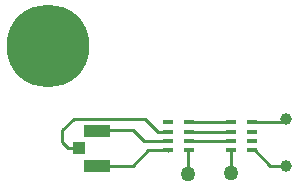
<source format=gbr>
%TF.GenerationSoftware,Altium Limited,Altium Designer,23.5.1 (21)*%
G04 Layer_Physical_Order=1*
G04 Layer_Color=255*
%FSLAX45Y45*%
%MOMM*%
%TF.SameCoordinates,4F0F0AB4-5C0D-4210-9CCF-4C3744BDD4F0*%
%TF.FilePolarity,Positive*%
%TF.FileFunction,Copper,L1,Top,Signal*%
%TF.Part,Single*%
G01*
G75*
%TA.AperFunction,SMDPad,CuDef*%
%ADD10R,2.20000X1.05000*%
%ADD11R,1.05000X1.00000*%
%ADD12R,0.95000X0.45000*%
%TA.AperFunction,Conductor*%
%ADD13C,0.25400*%
%TA.AperFunction,ComponentPad*%
%ADD14C,7.00000*%
%ADD15C,1.00000*%
%TA.AperFunction,TestPad*%
%ADD16C,1.00000*%
%TA.AperFunction,ViaPad*%
%ADD17C,1.27000*%
D10*
X15400000Y3000000D02*
D03*
Y3295000D02*
D03*
D11*
X15247501Y3147500D02*
D03*
D12*
X16532100Y3369600D02*
D03*
Y3289600D02*
D03*
Y3209600D02*
D03*
Y3129600D02*
D03*
X16707100Y3369600D02*
D03*
Y3289600D02*
D03*
Y3209600D02*
D03*
Y3129600D02*
D03*
X15998700Y3369600D02*
D03*
Y3289600D02*
D03*
Y3209600D02*
D03*
Y3129600D02*
D03*
X16173700Y3369600D02*
D03*
Y3289600D02*
D03*
Y3209600D02*
D03*
Y3129600D02*
D03*
D13*
X16530000Y3127500D02*
X16532100Y3129600D01*
X16530000Y2940000D02*
Y3127500D01*
X16170000Y3125900D02*
X16173700Y3129600D01*
X16170000Y2930000D02*
Y3125900D01*
X15998700Y3129600D02*
X16000000Y3128300D01*
X16707100Y3129600D02*
X16732100D01*
X16861700Y3000000D01*
X17000000D01*
X16707100Y3369600D02*
X16949413D01*
X16979813Y3400000D01*
X17000000D01*
X15400000Y3295000D02*
X15405000Y3300000D01*
X15700000D01*
X15790401Y3209600D02*
X15998700D01*
X15700000Y3300000D02*
X15790401Y3209600D01*
X15829601Y3129600D02*
X15998700D01*
X15700000Y3000000D02*
X15829601Y3129600D01*
X15400000Y3000000D02*
X15700000D01*
X16173700Y3209600D02*
X16532100D01*
X16173700Y3289600D02*
X16532100D01*
X16173700Y3369600D02*
X16532100D01*
X15152499Y3147500D02*
X15247501D01*
X15100000Y3200000D02*
X15152499Y3147500D01*
X15100000Y3200000D02*
Y3300000D01*
X15200000Y3400000D01*
X15800000D01*
X15910400Y3289600D02*
X15998700D01*
X15800000Y3400000D02*
X15910400Y3289600D01*
D14*
X14985616Y4014385D02*
D03*
D15*
Y3751885D02*
D03*
X14800000Y3828769D02*
D03*
X14723116Y4014385D02*
D03*
X15171231Y3828769D02*
D03*
X15248116Y4014385D02*
D03*
X15171231Y4200000D02*
D03*
X14985616Y4276885D02*
D03*
X14800000Y4200000D02*
D03*
D16*
X17000000Y3400000D02*
D03*
Y3000000D02*
D03*
D17*
X16530000Y2940000D02*
D03*
X16170000Y2930000D02*
D03*
%TF.MD5,b706ac2aaeab126b7c4a38ca725ae9c6*%
M02*

</source>
